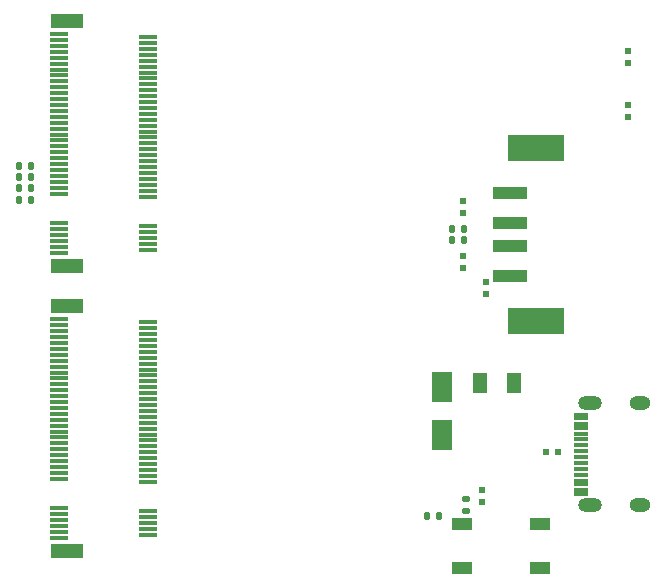
<source format=gbr>
%TF.GenerationSoftware,KiCad,Pcbnew,6.0.11-2627ca5db0~126~ubuntu22.04.1*%
%TF.CreationDate,2023-04-14T13:07:02+07:00*%
%TF.ProjectId,MiSTeX-Pmod,4d695354-6558-42d5-906d-6f642e6b6963,rev?*%
%TF.SameCoordinates,Original*%
%TF.FileFunction,Paste,Top*%
%TF.FilePolarity,Positive*%
%FSLAX46Y46*%
G04 Gerber Fmt 4.6, Leading zero omitted, Abs format (unit mm)*
G04 Created by KiCad (PCBNEW 6.0.11-2627ca5db0~126~ubuntu22.04.1) date 2023-04-14 13:07:02*
%MOMM*%
%LPD*%
G01*
G04 APERTURE LIST*
G04 Aperture macros list*
%AMRoundRect*
0 Rectangle with rounded corners*
0 $1 Rounding radius*
0 $2 $3 $4 $5 $6 $7 $8 $9 X,Y pos of 4 corners*
0 Add a 4 corners polygon primitive as box body*
4,1,4,$2,$3,$4,$5,$6,$7,$8,$9,$2,$3,0*
0 Add four circle primitives for the rounded corners*
1,1,$1+$1,$2,$3*
1,1,$1+$1,$4,$5*
1,1,$1+$1,$6,$7*
1,1,$1+$1,$8,$9*
0 Add four rect primitives between the rounded corners*
20,1,$1+$1,$2,$3,$4,$5,0*
20,1,$1+$1,$4,$5,$6,$7,0*
20,1,$1+$1,$6,$7,$8,$9,0*
20,1,$1+$1,$8,$9,$2,$3,0*%
G04 Aperture macros list end*
%ADD10R,1.700000X1.000000*%
%ADD11R,0.600000X0.600000*%
%ADD12R,1.550000X0.300000*%
%ADD13R,1.520000X0.300000*%
%ADD14R,2.800000X1.300000*%
%ADD15RoundRect,0.135000X0.135000X0.185000X-0.135000X0.185000X-0.135000X-0.185000X0.135000X-0.185000X0*%
%ADD16R,1.800000X2.500000*%
%ADD17R,3.000000X1.000000*%
%ADD18R,4.800000X2.200000*%
%ADD19O,1.800000X1.200000*%
%ADD20O,2.000000X1.200000*%
%ADD21R,1.300000X0.300000*%
%ADD22R,1.190000X1.730000*%
%ADD23RoundRect,0.140000X0.170000X-0.140000X0.170000X0.140000X-0.170000X0.140000X-0.170000X-0.140000X0*%
%ADD24RoundRect,0.135000X-0.135000X-0.185000X0.135000X-0.185000X0.135000X0.185000X-0.135000X0.185000X0*%
G04 APERTURE END LIST*
D10*
%TO.C,SW1*%
X160988400Y-116437800D03*
X167588400Y-116437800D03*
X160988400Y-120137800D03*
X167588400Y-120137800D03*
%TD*%
D11*
%TO.C,D4*%
X162996100Y-95909400D03*
X162996100Y-96909400D03*
%TD*%
%TO.C,D6*%
X175071100Y-80927400D03*
X175071100Y-81927400D03*
%TD*%
D12*
%TO.C,CN2*%
X126850100Y-93432400D03*
X134400100Y-93182400D03*
X126850100Y-92932400D03*
X134400100Y-92682400D03*
X126850100Y-92432400D03*
X134400100Y-92182400D03*
X126850100Y-91932400D03*
X134400100Y-91682400D03*
X126850100Y-91432400D03*
X134400100Y-91182400D03*
X126850100Y-90932400D03*
X134400100Y-88682400D03*
X126850100Y-88432400D03*
X134400100Y-88182400D03*
X126850100Y-87932400D03*
X134400100Y-87682400D03*
X126850100Y-87432400D03*
X134400100Y-87182400D03*
X126850100Y-86932400D03*
X134400100Y-86682400D03*
X126850100Y-86432400D03*
X134400100Y-86182400D03*
X126850100Y-85932400D03*
X134400100Y-85682400D03*
X126850100Y-85432400D03*
X134400100Y-85182400D03*
X126850100Y-84932400D03*
X134400100Y-84682400D03*
X126850100Y-84432400D03*
X134400100Y-84182400D03*
X126850100Y-83932400D03*
X134400100Y-83682400D03*
X126850100Y-83432400D03*
X134390100Y-83182400D03*
X126850100Y-82932400D03*
X134390100Y-82682400D03*
X126850100Y-82432400D03*
X134390100Y-82182400D03*
X126850100Y-81932400D03*
X134390100Y-81682400D03*
X126850100Y-81432400D03*
X134390100Y-81182400D03*
X126850100Y-80932400D03*
X134390100Y-80682400D03*
X126850100Y-80432400D03*
X134390100Y-80182400D03*
X126850100Y-79932400D03*
X134390100Y-79682400D03*
X126850100Y-79432400D03*
X134390100Y-79182400D03*
D13*
X126840100Y-78932400D03*
X134390100Y-78682400D03*
X126840100Y-78432400D03*
X134390100Y-78182400D03*
X126840100Y-77932400D03*
X134390100Y-77682400D03*
X126840100Y-77432400D03*
X134390100Y-77182400D03*
D12*
X126850100Y-76932400D03*
X134390100Y-76682400D03*
X126850100Y-76432400D03*
X134390100Y-76182400D03*
X126850100Y-75932400D03*
X134390100Y-75682400D03*
X126850100Y-75432400D03*
X134390100Y-75182400D03*
X126850100Y-74932400D03*
D14*
X127570100Y-73832400D03*
X127570100Y-94532400D03*
%TD*%
D15*
%TO.C,R1*%
X161126100Y-91399400D03*
X160106100Y-91399400D03*
%TD*%
D16*
%TO.C,D1*%
X159296100Y-104832400D03*
X159296100Y-108832400D03*
%TD*%
D11*
%TO.C,D5*%
X162687400Y-114565800D03*
X162687400Y-113565800D03*
%TD*%
D17*
%TO.C,J2*%
X165058600Y-95409400D03*
X165058600Y-92909400D03*
X165058600Y-90909400D03*
X165048600Y-88409400D03*
D18*
X167288600Y-99259400D03*
X167288600Y-84559400D03*
%TD*%
D15*
%TO.C,R5*%
X124502100Y-86055200D03*
X123482100Y-86055200D03*
%TD*%
D19*
%TO.C,J5*%
X176029000Y-106164000D03*
X176029000Y-114824000D03*
D20*
X171829000Y-106164000D03*
X171829000Y-114824000D03*
D21*
X171069000Y-113844000D03*
X171069000Y-113044000D03*
X171069000Y-111744000D03*
X171069000Y-110744000D03*
X171069000Y-110244000D03*
X171069000Y-109244000D03*
X171069000Y-107944000D03*
X171069000Y-107144000D03*
X171069000Y-107444000D03*
X171069000Y-108244000D03*
X171069000Y-108744000D03*
X171069000Y-109744000D03*
X171069000Y-111244000D03*
X171069000Y-112244000D03*
X171069000Y-112744000D03*
X171069000Y-113544000D03*
%TD*%
D11*
%TO.C,D3*%
X161096100Y-93709400D03*
X161096100Y-94709400D03*
%TD*%
D15*
%TO.C,R6*%
X124529500Y-87985600D03*
X123509500Y-87985600D03*
%TD*%
D22*
%TO.C,F1*%
X165379400Y-104495600D03*
X162479400Y-104495600D03*
%TD*%
D15*
%TO.C,R3*%
X159043400Y-115757800D03*
X158023400Y-115757800D03*
%TD*%
D11*
%TO.C,D2*%
X161096100Y-90059400D03*
X161096100Y-89059400D03*
%TD*%
D23*
%TO.C,C1*%
X161293400Y-115287800D03*
X161293400Y-114327800D03*
%TD*%
D12*
%TO.C,CN1*%
X126850100Y-117582400D03*
X134400100Y-117332400D03*
X126850100Y-117082400D03*
X134400100Y-116832400D03*
X126850100Y-116582400D03*
X134400100Y-116332400D03*
X126850100Y-116082400D03*
X134400100Y-115832400D03*
X126850100Y-115582400D03*
X134400100Y-115332400D03*
X126850100Y-115082400D03*
X134400100Y-112832400D03*
X126850100Y-112582400D03*
X134400100Y-112332400D03*
X126850100Y-112082400D03*
X134400100Y-111832400D03*
X126850100Y-111582400D03*
X134400100Y-111332400D03*
X126850100Y-111082400D03*
X134400100Y-110832400D03*
X126850100Y-110582400D03*
X134400100Y-110332400D03*
X126850100Y-110082400D03*
X134400100Y-109832400D03*
X126850100Y-109582400D03*
X134400100Y-109332400D03*
X126850100Y-109082400D03*
X134400100Y-108832400D03*
X126850100Y-108582400D03*
X134400100Y-108332400D03*
X126850100Y-108082400D03*
X134400100Y-107832400D03*
X126850100Y-107582400D03*
X134390100Y-107332400D03*
X126850100Y-107082400D03*
X134390100Y-106832400D03*
X126850100Y-106582400D03*
X134390100Y-106332400D03*
X126850100Y-106082400D03*
X134390100Y-105832400D03*
X126850100Y-105582400D03*
X134390100Y-105332400D03*
X126850100Y-105082400D03*
X134390100Y-104832400D03*
X126850100Y-104582400D03*
X134390100Y-104332400D03*
X126850100Y-104082400D03*
X134390100Y-103832400D03*
X126850100Y-103582400D03*
X134390100Y-103332400D03*
D13*
X126840100Y-103082400D03*
X134390100Y-102832400D03*
X126840100Y-102582400D03*
X134390100Y-102332400D03*
X126840100Y-102082400D03*
X134390100Y-101832400D03*
X126840100Y-101582400D03*
X134390100Y-101332400D03*
D12*
X126850100Y-101082400D03*
X134390100Y-100832400D03*
X126850100Y-100582400D03*
X134390100Y-100332400D03*
X126850100Y-100082400D03*
X134390100Y-99832400D03*
X126850100Y-99582400D03*
X134390100Y-99332400D03*
X126850100Y-99082400D03*
D14*
X127570100Y-97982400D03*
X127570100Y-118682400D03*
%TD*%
D15*
%TO.C,R2*%
X161136100Y-92379400D03*
X160116100Y-92379400D03*
%TD*%
D24*
%TO.C,R8*%
X123509500Y-88950800D03*
X124529500Y-88950800D03*
%TD*%
D11*
%TO.C,D8*%
X169108700Y-110341600D03*
X168108700Y-110341600D03*
%TD*%
%TO.C,D7*%
X175021100Y-77377400D03*
X175021100Y-76377400D03*
%TD*%
D24*
%TO.C,R7*%
X123484100Y-87020400D03*
X124504100Y-87020400D03*
%TD*%
M02*

</source>
